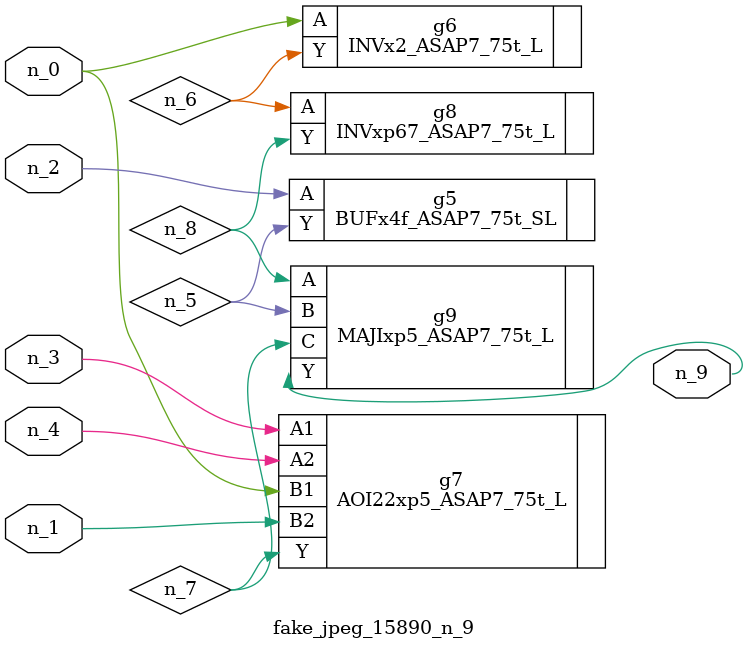
<source format=v>
module fake_jpeg_15890_n_9 (n_3, n_2, n_1, n_0, n_4, n_9);

input n_3;
input n_2;
input n_1;
input n_0;
input n_4;

output n_9;

wire n_8;
wire n_6;
wire n_5;
wire n_7;

BUFx4f_ASAP7_75t_SL g5 ( 
.A(n_2),
.Y(n_5)
);

INVx2_ASAP7_75t_L g6 ( 
.A(n_0),
.Y(n_6)
);

AOI22xp5_ASAP7_75t_L g7 ( 
.A1(n_3),
.A2(n_4),
.B1(n_0),
.B2(n_1),
.Y(n_7)
);

INVxp67_ASAP7_75t_L g8 ( 
.A(n_6),
.Y(n_8)
);

MAJIxp5_ASAP7_75t_L g9 ( 
.A(n_8),
.B(n_5),
.C(n_7),
.Y(n_9)
);


endmodule
</source>
